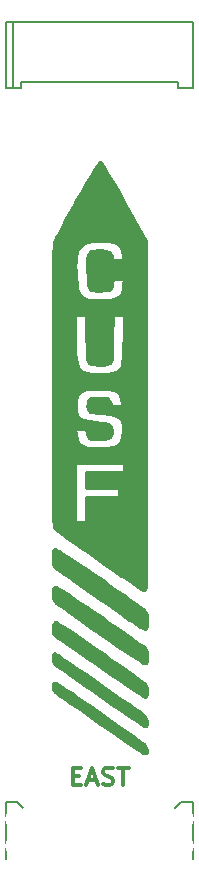
<source format=gto>
G04 #@! TF.FileFunction,Legend,Top*
%FSLAX46Y46*%
G04 Gerber Fmt 4.6, Leading zero omitted, Abs format (unit mm)*
G04 Created by KiCad (PCBNEW 4.1.0-alpha+201605071002+6776~44~ubuntu14.04.1-product) date Wed 29 Jun 2016 00:08:44 BST*
%MOMM*%
%LPD*%
G01*
G04 APERTURE LIST*
%ADD10C,0.100000*%
%ADD11C,0.300000*%
%ADD12C,0.150000*%
%ADD13C,0.270000*%
%ADD14C,1.500000*%
%ADD15R,0.380000X1.400000*%
%ADD16C,1.100000*%
G04 APERTURE END LIST*
D10*
D11*
X153750000Y-122892857D02*
X154250000Y-122892857D01*
X154464285Y-123678571D02*
X153750000Y-123678571D01*
X153750000Y-122178571D01*
X154464285Y-122178571D01*
X155035714Y-123250000D02*
X155750000Y-123250000D01*
X154892857Y-123678571D02*
X155392857Y-122178571D01*
X155892857Y-123678571D01*
X156321428Y-123607142D02*
X156535714Y-123678571D01*
X156892857Y-123678571D01*
X157035714Y-123607142D01*
X157107142Y-123535714D01*
X157178571Y-123392857D01*
X157178571Y-123250000D01*
X157107142Y-123107142D01*
X157035714Y-123035714D01*
X156892857Y-122964285D01*
X156607142Y-122892857D01*
X156464285Y-122821428D01*
X156392857Y-122750000D01*
X156321428Y-122607142D01*
X156321428Y-122464285D01*
X156392857Y-122321428D01*
X156464285Y-122250000D01*
X156607142Y-122178571D01*
X156964285Y-122178571D01*
X157178571Y-122250000D01*
X157607142Y-122178571D02*
X158464285Y-122178571D01*
X158035714Y-123678571D02*
X158035714Y-122178571D01*
D12*
X148060000Y-129930000D02*
X148060000Y-125120000D01*
X149060000Y-125120000D02*
X148060000Y-125120000D01*
X163940000Y-129930000D02*
X163940000Y-125120000D01*
X162440000Y-125620000D02*
X162940000Y-125120000D01*
X149560000Y-125620000D02*
X149060000Y-125120000D01*
X163940000Y-125120000D02*
X162940000Y-125120000D01*
X149332500Y-64141000D02*
X162667500Y-64141000D01*
X162667500Y-64649000D02*
X163937500Y-64649000D01*
X148062500Y-64649000D02*
X148062500Y-59061000D01*
X163937500Y-64649000D02*
X163937500Y-59061000D01*
X148062500Y-59061000D02*
X163937500Y-59061000D01*
X149332500Y-64649000D02*
X149332500Y-64141000D01*
X162667500Y-64649000D02*
X162667500Y-64141000D01*
X148062500Y-64649000D02*
X149332500Y-64649000D01*
X148700000Y-64649000D02*
X148700000Y-59061000D01*
D13*
G36*
X160029075Y-120729304D02*
X160004875Y-120910606D01*
X159907084Y-120972166D01*
X159836192Y-120973892D01*
X159729988Y-120924401D01*
X159497861Y-120785289D01*
X159153886Y-120565916D01*
X158712134Y-120275647D01*
X158186673Y-119923845D01*
X157591577Y-119519874D01*
X156940915Y-119073089D01*
X156248759Y-118592859D01*
X156067684Y-118466437D01*
X155364350Y-117973673D01*
X154698344Y-117504996D01*
X154083983Y-117070626D01*
X153535580Y-116680770D01*
X153067444Y-116345651D01*
X152693890Y-116075481D01*
X152429228Y-115880474D01*
X152287773Y-115770849D01*
X152274354Y-115758963D01*
X152090980Y-115483334D01*
X152056650Y-115266043D01*
X152082880Y-115056156D01*
X152179149Y-114989506D01*
X152371813Y-115052802D01*
X152424992Y-115080291D01*
X152566680Y-115167582D01*
X152827686Y-115339848D01*
X153191517Y-115585545D01*
X153641663Y-115893126D01*
X154161627Y-116251049D01*
X154734901Y-116647768D01*
X155344983Y-117071736D01*
X155975373Y-117511409D01*
X156609565Y-117955240D01*
X157231060Y-118391687D01*
X157823351Y-118809204D01*
X158369936Y-119196244D01*
X158854313Y-119541266D01*
X159259980Y-119832718D01*
X159570434Y-120059061D01*
X159769168Y-120208747D01*
X159836192Y-120265058D01*
X159977934Y-120500069D01*
X160029075Y-120729304D01*
X160029075Y-120729304D01*
X160029075Y-120729304D01*
G37*
X160029075Y-120729304D02*
X160004875Y-120910606D01*
X159907084Y-120972166D01*
X159836192Y-120973892D01*
X159729988Y-120924401D01*
X159497861Y-120785289D01*
X159153886Y-120565916D01*
X158712134Y-120275647D01*
X158186673Y-119923845D01*
X157591577Y-119519874D01*
X156940915Y-119073089D01*
X156248759Y-118592859D01*
X156067684Y-118466437D01*
X155364350Y-117973673D01*
X154698344Y-117504996D01*
X154083983Y-117070626D01*
X153535580Y-116680770D01*
X153067444Y-116345651D01*
X152693890Y-116075481D01*
X152429228Y-115880474D01*
X152287773Y-115770849D01*
X152274354Y-115758963D01*
X152090980Y-115483334D01*
X152056650Y-115266043D01*
X152082880Y-115056156D01*
X152179149Y-114989506D01*
X152371813Y-115052802D01*
X152424992Y-115080291D01*
X152566680Y-115167582D01*
X152827686Y-115339848D01*
X153191517Y-115585545D01*
X153641663Y-115893126D01*
X154161627Y-116251049D01*
X154734901Y-116647768D01*
X155344983Y-117071736D01*
X155975373Y-117511409D01*
X156609565Y-117955240D01*
X157231060Y-118391687D01*
X157823351Y-118809204D01*
X158369936Y-119196244D01*
X158854313Y-119541266D01*
X159259980Y-119832718D01*
X159570434Y-120059061D01*
X159769168Y-120208747D01*
X159836192Y-120265058D01*
X159977934Y-120500069D01*
X160029075Y-120729304D01*
X160029075Y-120729304D01*
G36*
X160029075Y-118331491D02*
X160012789Y-118554981D01*
X159950362Y-118651792D01*
X159869513Y-118667125D01*
X159770002Y-118619427D01*
X159543961Y-118482469D01*
X159205224Y-118265457D01*
X158767616Y-117977591D01*
X158244972Y-117628073D01*
X157651120Y-117226111D01*
X156999888Y-116780905D01*
X156305111Y-116301658D01*
X156074939Y-116141985D01*
X155366248Y-115648814D01*
X154695824Y-115180612D01*
X154077751Y-114747327D01*
X153526109Y-114358911D01*
X153054986Y-114025312D01*
X152678460Y-113756484D01*
X152410620Y-113562375D01*
X152265544Y-113452936D01*
X152248285Y-113438308D01*
X152111525Y-113248417D01*
X152059239Y-112982210D01*
X152056650Y-112877348D01*
X152080035Y-112607283D01*
X152149300Y-112497350D01*
X152165673Y-112494925D01*
X152254895Y-112542464D01*
X152468368Y-112677747D01*
X152790183Y-112889765D01*
X153204439Y-113167506D01*
X153695229Y-113499965D01*
X154246647Y-113876129D01*
X154842791Y-114284990D01*
X155467754Y-114715540D01*
X156105635Y-115156769D01*
X156740521Y-115597668D01*
X157356515Y-116027230D01*
X157937706Y-116434444D01*
X158468194Y-116808302D01*
X158932073Y-117137794D01*
X159313435Y-117411911D01*
X159596376Y-117619644D01*
X159764993Y-117749986D01*
X159793330Y-117774600D01*
X159969467Y-118000338D01*
X160028006Y-118273676D01*
X160029075Y-118331491D01*
X160029075Y-118331491D01*
X160029075Y-118331491D01*
G37*
X160029075Y-118331491D02*
X160012789Y-118554981D01*
X159950362Y-118651792D01*
X159869513Y-118667125D01*
X159770002Y-118619427D01*
X159543961Y-118482469D01*
X159205224Y-118265457D01*
X158767616Y-117977591D01*
X158244972Y-117628073D01*
X157651120Y-117226111D01*
X156999888Y-116780905D01*
X156305111Y-116301658D01*
X156074939Y-116141985D01*
X155366248Y-115648814D01*
X154695824Y-115180612D01*
X154077751Y-114747327D01*
X153526109Y-114358911D01*
X153054986Y-114025312D01*
X152678460Y-113756484D01*
X152410620Y-113562375D01*
X152265544Y-113452936D01*
X152248285Y-113438308D01*
X152111525Y-113248417D01*
X152059239Y-112982210D01*
X152056650Y-112877348D01*
X152080035Y-112607283D01*
X152149300Y-112497350D01*
X152165673Y-112494925D01*
X152254895Y-112542464D01*
X152468368Y-112677747D01*
X152790183Y-112889765D01*
X153204439Y-113167506D01*
X153695229Y-113499965D01*
X154246647Y-113876129D01*
X154842791Y-114284990D01*
X155467754Y-114715540D01*
X156105635Y-115156769D01*
X156740521Y-115597668D01*
X157356515Y-116027230D01*
X157937706Y-116434444D01*
X158468194Y-116808302D01*
X158932073Y-117137794D01*
X159313435Y-117411911D01*
X159596376Y-117619644D01*
X159764993Y-117749986D01*
X159793330Y-117774600D01*
X159969467Y-118000338D01*
X160028006Y-118273676D01*
X160029075Y-118331491D01*
X160029075Y-118331491D01*
G36*
X160029075Y-115799369D02*
X160019239Y-116036361D01*
X159974449Y-116147137D01*
X159871784Y-116176502D01*
X159836192Y-116176418D01*
X159727466Y-116127459D01*
X159492663Y-115988690D01*
X159145697Y-115769293D01*
X158700481Y-115478449D01*
X158170924Y-115125338D01*
X157570944Y-114719139D01*
X156914450Y-114269030D01*
X156296017Y-113840413D01*
X155605333Y-113359138D01*
X154943590Y-112897600D01*
X154327010Y-112467145D01*
X153771814Y-112079112D01*
X153294217Y-111744843D01*
X152910439Y-111475680D01*
X152636702Y-111282968D01*
X152498494Y-111184747D01*
X152048266Y-110860410D01*
X152073887Y-110370360D01*
X152095087Y-110092290D01*
X152133368Y-109945083D01*
X152206765Y-109888167D01*
X152291669Y-109880313D01*
X152405906Y-109928702D01*
X152642836Y-110066356D01*
X152986276Y-110282002D01*
X153420039Y-110564368D01*
X153927942Y-110902184D01*
X154493794Y-111284175D01*
X155101418Y-111699070D01*
X155734622Y-112135598D01*
X156377225Y-112582483D01*
X157013037Y-113028456D01*
X157625881Y-113462243D01*
X158199563Y-113872576D01*
X158717901Y-114248178D01*
X159164711Y-114577778D01*
X159523808Y-114850105D01*
X159779004Y-115053885D01*
X159914117Y-115177848D01*
X159929874Y-115199923D01*
X159992701Y-115424692D01*
X160026950Y-115716219D01*
X160029075Y-115799369D01*
X160029075Y-115799369D01*
X160029075Y-115799369D01*
G37*
X160029075Y-115799369D02*
X160019239Y-116036361D01*
X159974449Y-116147137D01*
X159871784Y-116176502D01*
X159836192Y-116176418D01*
X159727466Y-116127459D01*
X159492663Y-115988690D01*
X159145697Y-115769293D01*
X158700481Y-115478449D01*
X158170924Y-115125338D01*
X157570944Y-114719139D01*
X156914450Y-114269030D01*
X156296017Y-113840413D01*
X155605333Y-113359138D01*
X154943590Y-112897600D01*
X154327010Y-112467145D01*
X153771814Y-112079112D01*
X153294217Y-111744843D01*
X152910439Y-111475680D01*
X152636702Y-111282968D01*
X152498494Y-111184747D01*
X152048266Y-110860410D01*
X152073887Y-110370360D01*
X152095087Y-110092290D01*
X152133368Y-109945083D01*
X152206765Y-109888167D01*
X152291669Y-109880313D01*
X152405906Y-109928702D01*
X152642836Y-110066356D01*
X152986276Y-110282002D01*
X153420039Y-110564368D01*
X153927942Y-110902184D01*
X154493794Y-111284175D01*
X155101418Y-111699070D01*
X155734622Y-112135598D01*
X156377225Y-112582483D01*
X157013037Y-113028456D01*
X157625881Y-113462243D01*
X158199563Y-113872576D01*
X158717901Y-114248178D01*
X159164711Y-114577778D01*
X159523808Y-114850105D01*
X159779004Y-115053885D01*
X159914117Y-115177848D01*
X159929874Y-115199923D01*
X159992701Y-115424692D01*
X160026950Y-115716219D01*
X160029075Y-115799369D01*
X160029075Y-115799369D01*
G36*
X160029075Y-112791064D02*
X160024733Y-113092357D01*
X160002925Y-113260443D01*
X159950462Y-113333507D01*
X159854156Y-113349740D01*
X159836192Y-113349648D01*
X159727253Y-113300991D01*
X159490511Y-113161469D01*
X159138199Y-112939148D01*
X158682536Y-112642094D01*
X158135754Y-112278374D01*
X157510075Y-111856059D01*
X156817730Y-111383208D01*
X156070943Y-110867894D01*
X156000000Y-110818681D01*
X155291606Y-110325605D01*
X154622770Y-109857260D01*
X154007395Y-109423575D01*
X153459381Y-109034481D01*
X152992632Y-108699905D01*
X152621053Y-108429778D01*
X152358542Y-108234031D01*
X152219009Y-108122591D01*
X152202941Y-108106772D01*
X152113161Y-107916954D01*
X152067272Y-107650285D01*
X152063362Y-107358710D01*
X152099529Y-107094158D01*
X152173865Y-106908574D01*
X152248952Y-106853191D01*
X152341495Y-106895838D01*
X152558340Y-107026016D01*
X152883452Y-107232757D01*
X153300797Y-107505101D01*
X153794335Y-107832090D01*
X154348032Y-108202757D01*
X154945858Y-108606139D01*
X155571769Y-109031279D01*
X156209736Y-109467210D01*
X156843720Y-109902971D01*
X157457689Y-110327600D01*
X158035603Y-110730135D01*
X158561431Y-111099614D01*
X159019135Y-111425072D01*
X159392677Y-111695550D01*
X159666028Y-111900083D01*
X159823146Y-112027712D01*
X159836192Y-112040032D01*
X159945337Y-112177184D01*
X160004319Y-112351191D01*
X160027004Y-112616050D01*
X160029075Y-112791064D01*
X160029075Y-112791064D01*
X160029075Y-112791064D01*
G37*
X160029075Y-112791064D02*
X160024733Y-113092357D01*
X160002925Y-113260443D01*
X159950462Y-113333507D01*
X159854156Y-113349740D01*
X159836192Y-113349648D01*
X159727253Y-113300991D01*
X159490511Y-113161469D01*
X159138199Y-112939148D01*
X158682536Y-112642094D01*
X158135754Y-112278374D01*
X157510075Y-111856059D01*
X156817730Y-111383208D01*
X156070943Y-110867894D01*
X156000000Y-110818681D01*
X155291606Y-110325605D01*
X154622770Y-109857260D01*
X154007395Y-109423575D01*
X153459381Y-109034481D01*
X152992632Y-108699905D01*
X152621053Y-108429778D01*
X152358542Y-108234031D01*
X152219009Y-108122591D01*
X152202941Y-108106772D01*
X152113161Y-107916954D01*
X152067272Y-107650285D01*
X152063362Y-107358710D01*
X152099529Y-107094158D01*
X152173865Y-106908574D01*
X152248952Y-106853191D01*
X152341495Y-106895838D01*
X152558340Y-107026016D01*
X152883452Y-107232757D01*
X153300797Y-107505101D01*
X153794335Y-107832090D01*
X154348032Y-108202757D01*
X154945858Y-108606139D01*
X155571769Y-109031279D01*
X156209736Y-109467210D01*
X156843720Y-109902971D01*
X157457689Y-110327600D01*
X158035603Y-110730135D01*
X158561431Y-111099614D01*
X159019135Y-111425072D01*
X159392677Y-111695550D01*
X159666028Y-111900083D01*
X159823146Y-112027712D01*
X159836192Y-112040032D01*
X159945337Y-112177184D01*
X160004319Y-112351191D01*
X160027004Y-112616050D01*
X160029075Y-112791064D01*
X160029075Y-112791064D01*
G36*
X160029075Y-109761221D02*
X160026194Y-110098716D01*
X160010882Y-110299593D01*
X159973131Y-110398659D01*
X159902934Y-110430729D01*
X159836192Y-110432166D01*
X159701997Y-110382691D01*
X159457949Y-110249683D01*
X159132856Y-110050456D01*
X158755512Y-109802323D01*
X158528888Y-109646204D01*
X158176843Y-109400053D01*
X157711787Y-109075551D01*
X157161567Y-108692088D01*
X156554032Y-108269066D01*
X155917026Y-107825872D01*
X155278395Y-107381903D01*
X155014162Y-107198324D01*
X154432601Y-106792322D01*
X153885257Y-106406330D01*
X153390960Y-106053921D01*
X152968529Y-105748665D01*
X152636794Y-105504131D01*
X152414581Y-105333896D01*
X152335255Y-105267133D01*
X152194739Y-105124389D01*
X152111711Y-104992689D01*
X152071090Y-104821522D01*
X152057789Y-104560384D01*
X152056650Y-104334232D01*
X152059628Y-103998873D01*
X152075350Y-103799821D01*
X152113982Y-103701951D01*
X152185696Y-103670142D01*
X152249530Y-103668163D01*
X152351736Y-103716283D01*
X152577861Y-103852201D01*
X152911759Y-104064826D01*
X153337287Y-104343080D01*
X153838299Y-104675876D01*
X154398654Y-105052127D01*
X155002204Y-105460750D01*
X155632808Y-105890658D01*
X156274317Y-106330768D01*
X156910591Y-106769994D01*
X157525484Y-107197250D01*
X158102852Y-107601456D01*
X158626549Y-107971521D01*
X159080433Y-108296360D01*
X159448356Y-108564894D01*
X159714177Y-108766033D01*
X159861751Y-108888692D01*
X159879055Y-108906714D01*
X159961759Y-109052182D01*
X160008952Y-109271530D01*
X160027828Y-109605704D01*
X160029075Y-109761221D01*
X160029075Y-109761221D01*
X160029075Y-109761221D01*
G37*
X160029075Y-109761221D02*
X160026194Y-110098716D01*
X160010882Y-110299593D01*
X159973131Y-110398659D01*
X159902934Y-110430729D01*
X159836192Y-110432166D01*
X159701997Y-110382691D01*
X159457949Y-110249683D01*
X159132856Y-110050456D01*
X158755512Y-109802323D01*
X158528888Y-109646204D01*
X158176843Y-109400053D01*
X157711787Y-109075551D01*
X157161567Y-108692088D01*
X156554032Y-108269066D01*
X155917026Y-107825872D01*
X155278395Y-107381903D01*
X155014162Y-107198324D01*
X154432601Y-106792322D01*
X153885257Y-106406330D01*
X153390960Y-106053921D01*
X152968529Y-105748665D01*
X152636794Y-105504131D01*
X152414581Y-105333896D01*
X152335255Y-105267133D01*
X152194739Y-105124389D01*
X152111711Y-104992689D01*
X152071090Y-104821522D01*
X152057789Y-104560384D01*
X152056650Y-104334232D01*
X152059628Y-103998873D01*
X152075350Y-103799821D01*
X152113982Y-103701951D01*
X152185696Y-103670142D01*
X152249530Y-103668163D01*
X152351736Y-103716283D01*
X152577861Y-103852201D01*
X152911759Y-104064826D01*
X153337287Y-104343080D01*
X153838299Y-104675876D01*
X154398654Y-105052127D01*
X155002204Y-105460750D01*
X155632808Y-105890658D01*
X156274317Y-106330768D01*
X156910591Y-106769994D01*
X157525484Y-107197250D01*
X158102852Y-107601456D01*
X158626549Y-107971521D01*
X159080433Y-108296360D01*
X159448356Y-108564894D01*
X159714177Y-108766033D01*
X159861751Y-108888692D01*
X159879055Y-108906714D01*
X159961759Y-109052182D01*
X160008952Y-109271530D01*
X160027828Y-109605704D01*
X160029075Y-109761221D01*
X160029075Y-109761221D01*
G36*
X159986213Y-92343451D02*
X159986110Y-94219983D01*
X159985759Y-95932477D01*
X159985095Y-97488344D01*
X159984044Y-98894998D01*
X159982546Y-100159848D01*
X159980526Y-101290308D01*
X159977921Y-102293788D01*
X159974659Y-103177703D01*
X159970677Y-103949460D01*
X159965906Y-104616476D01*
X159960276Y-105186160D01*
X159953721Y-105665923D01*
X159946174Y-106063177D01*
X159937564Y-106385338D01*
X159927828Y-106639813D01*
X159916895Y-106834013D01*
X159904697Y-106975356D01*
X159891170Y-107071249D01*
X159876242Y-107129104D01*
X159859847Y-107156337D01*
X159850848Y-107160829D01*
X159713990Y-107128518D01*
X159490128Y-107018493D01*
X159250773Y-106869699D01*
X158573683Y-106406236D01*
X158081211Y-106067499D01*
X158081211Y-80776675D01*
X157608965Y-80776675D01*
X157136722Y-80776675D01*
X157092401Y-81169892D01*
X157045032Y-81428711D01*
X156977608Y-81620128D01*
X156948475Y-81662810D01*
X156820951Y-81711628D01*
X156567208Y-81754720D01*
X156232475Y-81785195D01*
X156101855Y-81791713D01*
X155727710Y-81801595D01*
X155451298Y-81783046D01*
X155257130Y-81713983D01*
X155129720Y-81572333D01*
X155053582Y-81336012D01*
X155013228Y-80982947D01*
X154993170Y-80491053D01*
X154986250Y-80201270D01*
X154976989Y-79598830D01*
X154988556Y-79146231D01*
X155033894Y-78822051D01*
X155125953Y-78604857D01*
X155277674Y-78473229D01*
X155502004Y-78405738D01*
X155811886Y-78380957D01*
X156088079Y-78377544D01*
X156520881Y-78404090D01*
X156809155Y-78493428D01*
X156971919Y-78656902D01*
X157028192Y-78905850D01*
X157028700Y-78938447D01*
X157028700Y-79233625D01*
X157500188Y-79233625D01*
X157971675Y-79233625D01*
X157971675Y-78839384D01*
X157933041Y-78404984D01*
X157806940Y-78073710D01*
X157578066Y-77835014D01*
X157231108Y-77678344D01*
X156750765Y-77593148D01*
X156128588Y-77568851D01*
X155476473Y-77595643D01*
X154970849Y-77681981D01*
X154592444Y-77843589D01*
X154321993Y-78096185D01*
X154140229Y-78455493D01*
X154027888Y-78937232D01*
X153983324Y-79319350D01*
X153966584Y-79731535D01*
X153977173Y-80208287D01*
X154010845Y-80706202D01*
X154063347Y-81181877D01*
X154130428Y-81591913D01*
X154207840Y-81892904D01*
X154243801Y-81979079D01*
X154430922Y-82245375D01*
X154690117Y-82436225D01*
X155043328Y-82558502D01*
X155512499Y-82619074D01*
X156119570Y-82624814D01*
X156286940Y-82618850D01*
X156842033Y-82576803D01*
X157243728Y-82502987D01*
X157444227Y-82429958D01*
X157706044Y-82249020D01*
X157883134Y-81987574D01*
X157992095Y-81613394D01*
X158035376Y-81282142D01*
X158081211Y-80776675D01*
X158081211Y-106067499D01*
X158077070Y-106064648D01*
X158077070Y-83862775D01*
X157605047Y-83862775D01*
X157133028Y-83862775D01*
X157102013Y-85799388D01*
X157091553Y-86423541D01*
X157081112Y-86898876D01*
X157068185Y-87248003D01*
X157050257Y-87493535D01*
X157024820Y-87658087D01*
X156989366Y-87764267D01*
X156941385Y-87834688D01*
X156878364Y-87891963D01*
X156868903Y-87899650D01*
X156639808Y-88003562D01*
X156304428Y-88062247D01*
X155921851Y-88075712D01*
X155551168Y-88043960D01*
X155251465Y-87966994D01*
X155130813Y-87899531D01*
X155065565Y-87842370D01*
X155015737Y-87775226D01*
X154978838Y-87675488D01*
X154952387Y-87520543D01*
X154933894Y-87287782D01*
X154920875Y-86954591D01*
X154910844Y-86498356D01*
X154901311Y-85896464D01*
X154899874Y-85799269D01*
X154871314Y-83862775D01*
X154406957Y-83862775D01*
X153942600Y-83862775D01*
X153942600Y-85608436D01*
X153947816Y-86403734D01*
X153967318Y-87046251D01*
X154006873Y-87554436D01*
X154072254Y-87946749D01*
X154169227Y-88241640D01*
X154303568Y-88457567D01*
X154481042Y-88612982D01*
X154707424Y-88726342D01*
X154941516Y-88803108D01*
X155302709Y-88867938D01*
X155753001Y-88895092D01*
X156239009Y-88887016D01*
X156707351Y-88846154D01*
X157104648Y-88774952D01*
X157345343Y-88693029D01*
X157537718Y-88588634D01*
X157689290Y-88472607D01*
X157805320Y-88323936D01*
X157891064Y-88121615D01*
X157951781Y-87844632D01*
X157992730Y-87471978D01*
X158019165Y-86982641D01*
X158036345Y-86355612D01*
X158044483Y-85899250D01*
X158077070Y-83862775D01*
X158077070Y-106064648D01*
X158057400Y-106051121D01*
X158057400Y-97150150D01*
X158057400Y-96764388D01*
X158057400Y-96378625D01*
X157989743Y-96378625D01*
X157989743Y-93626045D01*
X157975620Y-93205426D01*
X157915245Y-92883934D01*
X157787840Y-92645068D01*
X157572631Y-92472314D01*
X157248839Y-92349164D01*
X156795690Y-92259111D01*
X156192402Y-92185647D01*
X156174660Y-92183821D01*
X155774110Y-92136093D01*
X155431777Y-92082874D01*
X155186620Y-92031020D01*
X155081665Y-91991527D01*
X155004305Y-91836496D01*
X154975056Y-91586282D01*
X154993121Y-91310023D01*
X155057705Y-91076862D01*
X155092935Y-91015763D01*
X155176508Y-90933400D01*
X155305544Y-90883242D01*
X155518925Y-90857805D01*
X155855531Y-90849597D01*
X155956927Y-90849362D01*
X156390188Y-90864871D01*
X156679631Y-90920586D01*
X156850843Y-91030273D01*
X156929405Y-91207706D01*
X156942975Y-91380096D01*
X156957671Y-91493682D01*
X157029542Y-91552842D01*
X157200263Y-91575069D01*
X157414462Y-91578025D01*
X157885950Y-91578025D01*
X157885950Y-91275233D01*
X157850467Y-90979864D01*
X157764669Y-90682346D01*
X157760446Y-90672072D01*
X157635868Y-90456893D01*
X157452090Y-90299597D01*
X157184763Y-90192347D01*
X156809538Y-90127310D01*
X156302073Y-90096643D01*
X155957137Y-90091586D01*
X155328256Y-90105842D01*
X154849144Y-90164327D01*
X154500609Y-90282163D01*
X154263460Y-90474476D01*
X154118505Y-90756388D01*
X154046550Y-91143025D01*
X154028325Y-91611556D01*
X154041658Y-91978179D01*
X154094551Y-92265091D01*
X154206347Y-92484696D01*
X154396386Y-92649396D01*
X154684012Y-92771595D01*
X155088569Y-92863695D01*
X155629393Y-92938099D01*
X156184615Y-92994280D01*
X156501609Y-93037669D01*
X156764759Y-93098527D01*
X156905615Y-93157360D01*
X157006074Y-93320959D01*
X157051442Y-93579929D01*
X157041614Y-93867250D01*
X156976469Y-94115893D01*
X156907419Y-94222067D01*
X156739622Y-94303643D01*
X156453757Y-94363059D01*
X156102252Y-94396217D01*
X155737536Y-94399015D01*
X155412040Y-94367357D01*
X155314200Y-94346645D01*
X155115642Y-94274175D01*
X155006427Y-94150604D01*
X154934971Y-93916749D01*
X154933403Y-93909780D01*
X154852646Y-93549700D01*
X154387889Y-93549700D01*
X153923130Y-93549700D01*
X153983019Y-93949060D01*
X154075788Y-94392346D01*
X154217009Y-94699082D01*
X154436260Y-94903118D01*
X154763133Y-95038318D01*
X154981609Y-95091837D01*
X155295114Y-95131182D01*
X155706318Y-95145578D01*
X156165083Y-95137430D01*
X156621270Y-95109128D01*
X157024739Y-95063074D01*
X157325349Y-95001663D01*
X157398646Y-94976294D01*
X157665325Y-94811872D01*
X157845172Y-94563944D01*
X157949268Y-94207185D01*
X157988704Y-93716277D01*
X157989743Y-93626045D01*
X157989743Y-96378625D01*
X156000000Y-96378625D01*
X153942600Y-96378625D01*
X153942600Y-98864650D01*
X153942600Y-101350675D01*
X154414087Y-101350675D01*
X154885575Y-101350675D01*
X154885575Y-100321975D01*
X154885575Y-99293275D01*
X156257175Y-99293275D01*
X157628775Y-99293275D01*
X157628775Y-98907512D01*
X157628775Y-98521750D01*
X156257175Y-98521750D01*
X154885575Y-98521750D01*
X154885575Y-97835950D01*
X154885575Y-97150150D01*
X156471488Y-97150150D01*
X158057400Y-97150150D01*
X158057400Y-106051121D01*
X157866731Y-105919974D01*
X157144206Y-105420930D01*
X156420395Y-104919122D01*
X155709593Y-104424566D01*
X155026083Y-103947276D01*
X154384155Y-103497269D01*
X153798101Y-103084564D01*
X153282210Y-102719178D01*
X152850769Y-102411124D01*
X152518069Y-102170422D01*
X152298400Y-102007086D01*
X152206667Y-101931861D01*
X152185661Y-101900832D01*
X152166707Y-101852570D01*
X152149697Y-101778609D01*
X152134532Y-101670482D01*
X152121099Y-101519725D01*
X152109300Y-101317867D01*
X152099026Y-101056445D01*
X152090173Y-100726994D01*
X152082638Y-100321049D01*
X152076314Y-99830138D01*
X152071100Y-99245801D01*
X152066886Y-98559566D01*
X152063570Y-97762972D01*
X152061046Y-96847553D01*
X152059212Y-95804837D01*
X152057959Y-94626365D01*
X152057185Y-93303668D01*
X152056785Y-91828277D01*
X152056653Y-90191732D01*
X152056650Y-89816745D01*
X152057214Y-87911960D01*
X152058918Y-86176451D01*
X152061783Y-84608045D01*
X152065816Y-83204569D01*
X152071041Y-81963854D01*
X152077470Y-80883725D01*
X152085121Y-79962012D01*
X152094010Y-79196546D01*
X152104151Y-78585150D01*
X152115564Y-78125656D01*
X152128262Y-77815890D01*
X152142262Y-77653682D01*
X152147284Y-77631861D01*
X152207499Y-77507456D01*
X152342623Y-77250359D01*
X152543511Y-76877303D01*
X152801008Y-76405024D01*
X153105970Y-75850258D01*
X153449242Y-75229741D01*
X153821680Y-74560208D01*
X154050422Y-74150708D01*
X154496143Y-73355890D01*
X154867204Y-72699204D01*
X155171211Y-72168351D01*
X155415766Y-71751039D01*
X155608473Y-71434972D01*
X155756938Y-71207856D01*
X155868764Y-71057396D01*
X155951554Y-70971296D01*
X156012911Y-70937259D01*
X156038615Y-70936020D01*
X156105068Y-70980346D01*
X156211043Y-71105823D01*
X156362532Y-71322096D01*
X156565520Y-71638809D01*
X156826000Y-72065608D01*
X157149960Y-72612140D01*
X157543385Y-73288047D01*
X158012264Y-74102980D01*
X158100262Y-74256653D01*
X159986213Y-77552143D01*
X159986213Y-92343451D01*
X159986213Y-92343451D01*
X159986213Y-92343451D01*
G37*
X159986213Y-92343451D02*
X159986110Y-94219983D01*
X159985759Y-95932477D01*
X159985095Y-97488344D01*
X159984044Y-98894998D01*
X159982546Y-100159848D01*
X159980526Y-101290308D01*
X159977921Y-102293788D01*
X159974659Y-103177703D01*
X159970677Y-103949460D01*
X159965906Y-104616476D01*
X159960276Y-105186160D01*
X159953721Y-105665923D01*
X159946174Y-106063177D01*
X159937564Y-106385338D01*
X159927828Y-106639813D01*
X159916895Y-106834013D01*
X159904697Y-106975356D01*
X159891170Y-107071249D01*
X159876242Y-107129104D01*
X159859847Y-107156337D01*
X159850848Y-107160829D01*
X159713990Y-107128518D01*
X159490128Y-107018493D01*
X159250773Y-106869699D01*
X158573683Y-106406236D01*
X158081211Y-106067499D01*
X158081211Y-80776675D01*
X157608965Y-80776675D01*
X157136722Y-80776675D01*
X157092401Y-81169892D01*
X157045032Y-81428711D01*
X156977608Y-81620128D01*
X156948475Y-81662810D01*
X156820951Y-81711628D01*
X156567208Y-81754720D01*
X156232475Y-81785195D01*
X156101855Y-81791713D01*
X155727710Y-81801595D01*
X155451298Y-81783046D01*
X155257130Y-81713983D01*
X155129720Y-81572333D01*
X155053582Y-81336012D01*
X155013228Y-80982947D01*
X154993170Y-80491053D01*
X154986250Y-80201270D01*
X154976989Y-79598830D01*
X154988556Y-79146231D01*
X155033894Y-78822051D01*
X155125953Y-78604857D01*
X155277674Y-78473229D01*
X155502004Y-78405738D01*
X155811886Y-78380957D01*
X156088079Y-78377544D01*
X156520881Y-78404090D01*
X156809155Y-78493428D01*
X156971919Y-78656902D01*
X157028192Y-78905850D01*
X157028700Y-78938447D01*
X157028700Y-79233625D01*
X157500188Y-79233625D01*
X157971675Y-79233625D01*
X157971675Y-78839384D01*
X157933041Y-78404984D01*
X157806940Y-78073710D01*
X157578066Y-77835014D01*
X157231108Y-77678344D01*
X156750765Y-77593148D01*
X156128588Y-77568851D01*
X155476473Y-77595643D01*
X154970849Y-77681981D01*
X154592444Y-77843589D01*
X154321993Y-78096185D01*
X154140229Y-78455493D01*
X154027888Y-78937232D01*
X153983324Y-79319350D01*
X153966584Y-79731535D01*
X153977173Y-80208287D01*
X154010845Y-80706202D01*
X154063347Y-81181877D01*
X154130428Y-81591913D01*
X154207840Y-81892904D01*
X154243801Y-81979079D01*
X154430922Y-82245375D01*
X154690117Y-82436225D01*
X155043328Y-82558502D01*
X155512499Y-82619074D01*
X156119570Y-82624814D01*
X156286940Y-82618850D01*
X156842033Y-82576803D01*
X157243728Y-82502987D01*
X157444227Y-82429958D01*
X157706044Y-82249020D01*
X157883134Y-81987574D01*
X157992095Y-81613394D01*
X158035376Y-81282142D01*
X158081211Y-80776675D01*
X158081211Y-106067499D01*
X158077070Y-106064648D01*
X158077070Y-83862775D01*
X157605047Y-83862775D01*
X157133028Y-83862775D01*
X157102013Y-85799388D01*
X157091553Y-86423541D01*
X157081112Y-86898876D01*
X157068185Y-87248003D01*
X157050257Y-87493535D01*
X157024820Y-87658087D01*
X156989366Y-87764267D01*
X156941385Y-87834688D01*
X156878364Y-87891963D01*
X156868903Y-87899650D01*
X156639808Y-88003562D01*
X156304428Y-88062247D01*
X155921851Y-88075712D01*
X155551168Y-88043960D01*
X155251465Y-87966994D01*
X155130813Y-87899531D01*
X155065565Y-87842370D01*
X155015737Y-87775226D01*
X154978838Y-87675488D01*
X154952387Y-87520543D01*
X154933894Y-87287782D01*
X154920875Y-86954591D01*
X154910844Y-86498356D01*
X154901311Y-85896464D01*
X154899874Y-85799269D01*
X154871314Y-83862775D01*
X154406957Y-83862775D01*
X153942600Y-83862775D01*
X153942600Y-85608436D01*
X153947816Y-86403734D01*
X153967318Y-87046251D01*
X154006873Y-87554436D01*
X154072254Y-87946749D01*
X154169227Y-88241640D01*
X154303568Y-88457567D01*
X154481042Y-88612982D01*
X154707424Y-88726342D01*
X154941516Y-88803108D01*
X155302709Y-88867938D01*
X155753001Y-88895092D01*
X156239009Y-88887016D01*
X156707351Y-88846154D01*
X157104648Y-88774952D01*
X157345343Y-88693029D01*
X157537718Y-88588634D01*
X157689290Y-88472607D01*
X157805320Y-88323936D01*
X157891064Y-88121615D01*
X157951781Y-87844632D01*
X157992730Y-87471978D01*
X158019165Y-86982641D01*
X158036345Y-86355612D01*
X158044483Y-85899250D01*
X158077070Y-83862775D01*
X158077070Y-106064648D01*
X158057400Y-106051121D01*
X158057400Y-97150150D01*
X158057400Y-96764388D01*
X158057400Y-96378625D01*
X157989743Y-96378625D01*
X157989743Y-93626045D01*
X157975620Y-93205426D01*
X157915245Y-92883934D01*
X157787840Y-92645068D01*
X157572631Y-92472314D01*
X157248839Y-92349164D01*
X156795690Y-92259111D01*
X156192402Y-92185647D01*
X156174660Y-92183821D01*
X155774110Y-92136093D01*
X155431777Y-92082874D01*
X155186620Y-92031020D01*
X155081665Y-91991527D01*
X155004305Y-91836496D01*
X154975056Y-91586282D01*
X154993121Y-91310023D01*
X155057705Y-91076862D01*
X155092935Y-91015763D01*
X155176508Y-90933400D01*
X155305544Y-90883242D01*
X155518925Y-90857805D01*
X155855531Y-90849597D01*
X155956927Y-90849362D01*
X156390188Y-90864871D01*
X156679631Y-90920586D01*
X156850843Y-91030273D01*
X156929405Y-91207706D01*
X156942975Y-91380096D01*
X156957671Y-91493682D01*
X157029542Y-91552842D01*
X157200263Y-91575069D01*
X157414462Y-91578025D01*
X157885950Y-91578025D01*
X157885950Y-91275233D01*
X157850467Y-90979864D01*
X157764669Y-90682346D01*
X157760446Y-90672072D01*
X157635868Y-90456893D01*
X157452090Y-90299597D01*
X157184763Y-90192347D01*
X156809538Y-90127310D01*
X156302073Y-90096643D01*
X155957137Y-90091586D01*
X155328256Y-90105842D01*
X154849144Y-90164327D01*
X154500609Y-90282163D01*
X154263460Y-90474476D01*
X154118505Y-90756388D01*
X154046550Y-91143025D01*
X154028325Y-91611556D01*
X154041658Y-91978179D01*
X154094551Y-92265091D01*
X154206347Y-92484696D01*
X154396386Y-92649396D01*
X154684012Y-92771595D01*
X155088569Y-92863695D01*
X155629393Y-92938099D01*
X156184615Y-92994280D01*
X156501609Y-93037669D01*
X156764759Y-93098527D01*
X156905615Y-93157360D01*
X157006074Y-93320959D01*
X157051442Y-93579929D01*
X157041614Y-93867250D01*
X156976469Y-94115893D01*
X156907419Y-94222067D01*
X156739622Y-94303643D01*
X156453757Y-94363059D01*
X156102252Y-94396217D01*
X155737536Y-94399015D01*
X155412040Y-94367357D01*
X155314200Y-94346645D01*
X155115642Y-94274175D01*
X155006427Y-94150604D01*
X154934971Y-93916749D01*
X154933403Y-93909780D01*
X154852646Y-93549700D01*
X154387889Y-93549700D01*
X153923130Y-93549700D01*
X153983019Y-93949060D01*
X154075788Y-94392346D01*
X154217009Y-94699082D01*
X154436260Y-94903118D01*
X154763133Y-95038318D01*
X154981609Y-95091837D01*
X155295114Y-95131182D01*
X155706318Y-95145578D01*
X156165083Y-95137430D01*
X156621270Y-95109128D01*
X157024739Y-95063074D01*
X157325349Y-95001663D01*
X157398646Y-94976294D01*
X157665325Y-94811872D01*
X157845172Y-94563944D01*
X157949268Y-94207185D01*
X157988704Y-93716277D01*
X157989743Y-93626045D01*
X157989743Y-96378625D01*
X156000000Y-96378625D01*
X153942600Y-96378625D01*
X153942600Y-98864650D01*
X153942600Y-101350675D01*
X154414087Y-101350675D01*
X154885575Y-101350675D01*
X154885575Y-100321975D01*
X154885575Y-99293275D01*
X156257175Y-99293275D01*
X157628775Y-99293275D01*
X157628775Y-98907512D01*
X157628775Y-98521750D01*
X156257175Y-98521750D01*
X154885575Y-98521750D01*
X154885575Y-97835950D01*
X154885575Y-97150150D01*
X156471488Y-97150150D01*
X158057400Y-97150150D01*
X158057400Y-106051121D01*
X157866731Y-105919974D01*
X157144206Y-105420930D01*
X156420395Y-104919122D01*
X155709593Y-104424566D01*
X155026083Y-103947276D01*
X154384155Y-103497269D01*
X153798101Y-103084564D01*
X153282210Y-102719178D01*
X152850769Y-102411124D01*
X152518069Y-102170422D01*
X152298400Y-102007086D01*
X152206667Y-101931861D01*
X152185661Y-101900832D01*
X152166707Y-101852570D01*
X152149697Y-101778609D01*
X152134532Y-101670482D01*
X152121099Y-101519725D01*
X152109300Y-101317867D01*
X152099026Y-101056445D01*
X152090173Y-100726994D01*
X152082638Y-100321049D01*
X152076314Y-99830138D01*
X152071100Y-99245801D01*
X152066886Y-98559566D01*
X152063570Y-97762972D01*
X152061046Y-96847553D01*
X152059212Y-95804837D01*
X152057959Y-94626365D01*
X152057185Y-93303668D01*
X152056785Y-91828277D01*
X152056653Y-90191732D01*
X152056650Y-89816745D01*
X152057214Y-87911960D01*
X152058918Y-86176451D01*
X152061783Y-84608045D01*
X152065816Y-83204569D01*
X152071041Y-81963854D01*
X152077470Y-80883725D01*
X152085121Y-79962012D01*
X152094010Y-79196546D01*
X152104151Y-78585150D01*
X152115564Y-78125656D01*
X152128262Y-77815890D01*
X152142262Y-77653682D01*
X152147284Y-77631861D01*
X152207499Y-77507456D01*
X152342623Y-77250359D01*
X152543511Y-76877303D01*
X152801008Y-76405024D01*
X153105970Y-75850258D01*
X153449242Y-75229741D01*
X153821680Y-74560208D01*
X154050422Y-74150708D01*
X154496143Y-73355890D01*
X154867204Y-72699204D01*
X155171211Y-72168351D01*
X155415766Y-71751039D01*
X155608473Y-71434972D01*
X155756938Y-71207856D01*
X155868764Y-71057396D01*
X155951554Y-70971296D01*
X156012911Y-70937259D01*
X156038615Y-70936020D01*
X156105068Y-70980346D01*
X156211043Y-71105823D01*
X156362532Y-71322096D01*
X156565520Y-71638809D01*
X156826000Y-72065608D01*
X157149960Y-72612140D01*
X157543385Y-73288047D01*
X158012264Y-74102980D01*
X158100262Y-74256653D01*
X159986213Y-77552143D01*
X159986213Y-92343451D01*
X159986213Y-92343451D01*
%LPC*%
D14*
X148760500Y-126540000D03*
X163239500Y-126540000D03*
X148760500Y-128790000D03*
X163239500Y-128790000D03*
D15*
X162032500Y-125890000D03*
X161397500Y-125890000D03*
X160762500Y-125890000D03*
X160127500Y-125890000D03*
X159492500Y-125890000D03*
X158857500Y-125890000D03*
X158222500Y-125890000D03*
X157587500Y-125890000D03*
X156952500Y-125890000D03*
X156317500Y-125890000D03*
X155682500Y-125890000D03*
X155047500Y-125890000D03*
X154412500Y-125890000D03*
X153777500Y-125890000D03*
X153142500Y-125890000D03*
X152507500Y-125890000D03*
X151872500Y-125890000D03*
X151237500Y-125890000D03*
X150602500Y-125890000D03*
X149967500Y-125890000D03*
D16*
X161715000Y-65159000D03*
X161715000Y-66429000D03*
X160445000Y-65159000D03*
X160445000Y-66429000D03*
X159175000Y-65159000D03*
X159175000Y-66429000D03*
X157905000Y-65159000D03*
X157905000Y-66429000D03*
X156635000Y-65159000D03*
X156635000Y-66429000D03*
X155365000Y-65159000D03*
X155365000Y-66429000D03*
X154095000Y-65159000D03*
X154095000Y-66429000D03*
X152825000Y-65159000D03*
X152825000Y-66429000D03*
X151555000Y-65159000D03*
X151555000Y-66429000D03*
X150285000Y-65159000D03*
X150285000Y-66429000D03*
M02*

</source>
